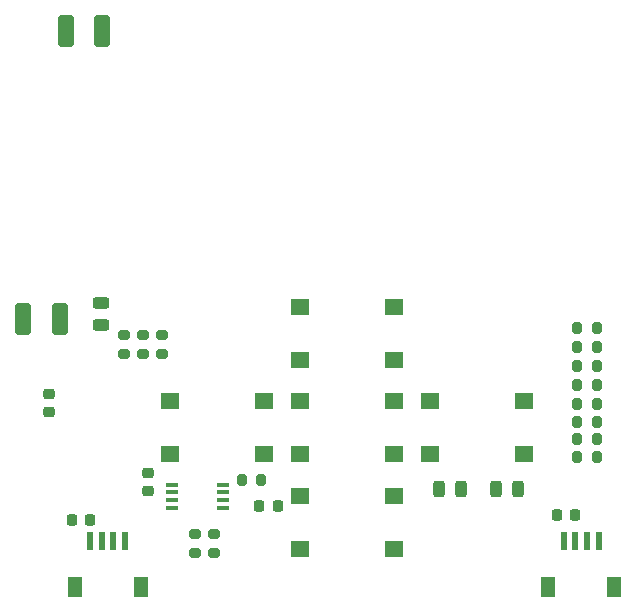
<source format=gtp>
%TF.GenerationSoftware,KiCad,Pcbnew,7.0.8*%
%TF.CreationDate,2023-11-07T21:40:39+02:00*%
%TF.ProjectId,ltp_kikad,6c74705f-6b69-46b6-9164-2e6b69636164,rev?*%
%TF.SameCoordinates,Original*%
%TF.FileFunction,Paste,Top*%
%TF.FilePolarity,Positive*%
%FSLAX46Y46*%
G04 Gerber Fmt 4.6, Leading zero omitted, Abs format (unit mm)*
G04 Created by KiCad (PCBNEW 7.0.8) date 2023-11-07 21:40:39*
%MOMM*%
%LPD*%
G01*
G04 APERTURE LIST*
G04 Aperture macros list*
%AMRoundRect*
0 Rectangle with rounded corners*
0 $1 Rounding radius*
0 $2 $3 $4 $5 $6 $7 $8 $9 X,Y pos of 4 corners*
0 Add a 4 corners polygon primitive as box body*
4,1,4,$2,$3,$4,$5,$6,$7,$8,$9,$2,$3,0*
0 Add four circle primitives for the rounded corners*
1,1,$1+$1,$2,$3*
1,1,$1+$1,$4,$5*
1,1,$1+$1,$6,$7*
1,1,$1+$1,$8,$9*
0 Add four rect primitives between the rounded corners*
20,1,$1+$1,$2,$3,$4,$5,0*
20,1,$1+$1,$4,$5,$6,$7,0*
20,1,$1+$1,$6,$7,$8,$9,0*
20,1,$1+$1,$8,$9,$2,$3,0*%
G04 Aperture macros list end*
%ADD10R,1.600000X1.400000*%
%ADD11RoundRect,0.225000X0.225000X0.250000X-0.225000X0.250000X-0.225000X-0.250000X0.225000X-0.250000X0*%
%ADD12R,0.600000X1.550000*%
%ADD13R,1.200000X1.800000*%
%ADD14RoundRect,0.243750X0.243750X0.456250X-0.243750X0.456250X-0.243750X-0.456250X0.243750X-0.456250X0*%
%ADD15RoundRect,0.243750X-0.243750X-0.456250X0.243750X-0.456250X0.243750X0.456250X-0.243750X0.456250X0*%
%ADD16RoundRect,0.200000X-0.275000X0.200000X-0.275000X-0.200000X0.275000X-0.200000X0.275000X0.200000X0*%
%ADD17RoundRect,0.225000X0.250000X-0.225000X0.250000X0.225000X-0.250000X0.225000X-0.250000X-0.225000X0*%
%ADD18RoundRect,0.200000X-0.200000X-0.275000X0.200000X-0.275000X0.200000X0.275000X-0.200000X0.275000X0*%
%ADD19RoundRect,0.250000X0.412500X1.100000X-0.412500X1.100000X-0.412500X-1.100000X0.412500X-1.100000X0*%
%ADD20RoundRect,0.225000X-0.225000X-0.250000X0.225000X-0.250000X0.225000X0.250000X-0.225000X0.250000X0*%
%ADD21R,1.100000X0.400000*%
%ADD22RoundRect,0.200000X0.200000X0.275000X-0.200000X0.275000X-0.200000X-0.275000X0.200000X-0.275000X0*%
%ADD23RoundRect,0.243750X0.456250X-0.243750X0.456250X0.243750X-0.456250X0.243750X-0.456250X-0.243750X0*%
G04 APERTURE END LIST*
D10*
%TO.C,SW4*%
X147460000Y-92750000D03*
X155460000Y-92750000D03*
X147460000Y-97250000D03*
X155460000Y-97250000D03*
%TD*%
D11*
%TO.C,C10*%
X170762000Y-102400000D03*
X169212000Y-102400000D03*
%TD*%
D12*
%TO.C,J3*%
X129687000Y-104600000D03*
X130687000Y-104600000D03*
X131687000Y-104600000D03*
X132687000Y-104600000D03*
D13*
X128387000Y-108475000D03*
X133987000Y-108475000D03*
%TD*%
D14*
%TO.C,D2*%
X165924500Y-100200000D03*
X164049500Y-100200000D03*
%TD*%
D15*
%TO.C,D3*%
X159249500Y-100200000D03*
X161124500Y-100200000D03*
%TD*%
D16*
%TO.C,R13*%
X138587000Y-104000000D03*
X138587000Y-105650000D03*
%TD*%
D17*
%TO.C,C8*%
X126187000Y-93675000D03*
X126187000Y-92125000D03*
%TD*%
D10*
%TO.C,SW5*%
X136460000Y-92750000D03*
X144460000Y-92750000D03*
X136460000Y-97250000D03*
X144460000Y-97250000D03*
%TD*%
D16*
%TO.C,R15*%
X140187000Y-104000000D03*
X140187000Y-105650000D03*
%TD*%
%TO.C,R2*%
X135787000Y-87125000D03*
X135787000Y-88775000D03*
%TD*%
D18*
%TO.C,R6*%
X170962000Y-89800000D03*
X172612000Y-89800000D03*
%TD*%
%TO.C,R9*%
X170962000Y-94500000D03*
X172612000Y-94500000D03*
%TD*%
D16*
%TO.C,R3*%
X134187000Y-87150000D03*
X134187000Y-88800000D03*
%TD*%
D10*
%TO.C,SW2*%
X147460000Y-84750000D03*
X155460000Y-84750000D03*
X147460000Y-89250000D03*
X155460000Y-89250000D03*
%TD*%
D19*
%TO.C,C6*%
X127149500Y-85800000D03*
X124024500Y-85800000D03*
%TD*%
D20*
%TO.C,C12*%
X144037000Y-101600000D03*
X145587000Y-101600000D03*
%TD*%
D10*
%TO.C,SW1*%
X158460000Y-92750000D03*
X166460000Y-92750000D03*
X158460000Y-97250000D03*
X166460000Y-97250000D03*
%TD*%
D17*
%TO.C,C11*%
X134587000Y-100350000D03*
X134587000Y-98800000D03*
%TD*%
D21*
%TO.C,U1*%
X136637000Y-99825000D03*
X136637000Y-100475000D03*
X136637000Y-101125000D03*
X136637000Y-101775000D03*
X140937000Y-101775000D03*
X140937000Y-101125000D03*
X140937000Y-100475000D03*
X140937000Y-99825000D03*
%TD*%
D18*
%TO.C,R1*%
X170962000Y-91400000D03*
X172612000Y-91400000D03*
%TD*%
D22*
%TO.C,R16*%
X144212000Y-99400000D03*
X142562000Y-99400000D03*
%TD*%
D16*
%TO.C,R4*%
X132587000Y-87150000D03*
X132587000Y-88800000D03*
%TD*%
D19*
%TO.C,C7*%
X130749500Y-61400000D03*
X127624500Y-61400000D03*
%TD*%
D10*
%TO.C,SW3*%
X147460000Y-100750000D03*
X155460000Y-100750000D03*
X147460000Y-105250000D03*
X155460000Y-105250000D03*
%TD*%
D18*
%TO.C,R10*%
X170962000Y-96000000D03*
X172612000Y-96000000D03*
%TD*%
%TO.C,R5*%
X170962000Y-93000000D03*
X172612000Y-93000000D03*
%TD*%
D11*
%TO.C,C9*%
X129737000Y-102800000D03*
X128187000Y-102800000D03*
%TD*%
D12*
%TO.C,J2*%
X169800000Y-104600000D03*
X170800000Y-104600000D03*
X171800000Y-104600000D03*
X172800000Y-104600000D03*
D13*
X168500000Y-108475000D03*
X174100000Y-108475000D03*
%TD*%
D18*
%TO.C,R11*%
X170962000Y-97500000D03*
X172612000Y-97500000D03*
%TD*%
%TO.C,R7*%
X170962000Y-86600000D03*
X172612000Y-86600000D03*
%TD*%
D23*
%TO.C,D1*%
X130587000Y-86337500D03*
X130587000Y-84462500D03*
%TD*%
D18*
%TO.C,R8*%
X170962000Y-88200000D03*
X172612000Y-88200000D03*
%TD*%
M02*

</source>
